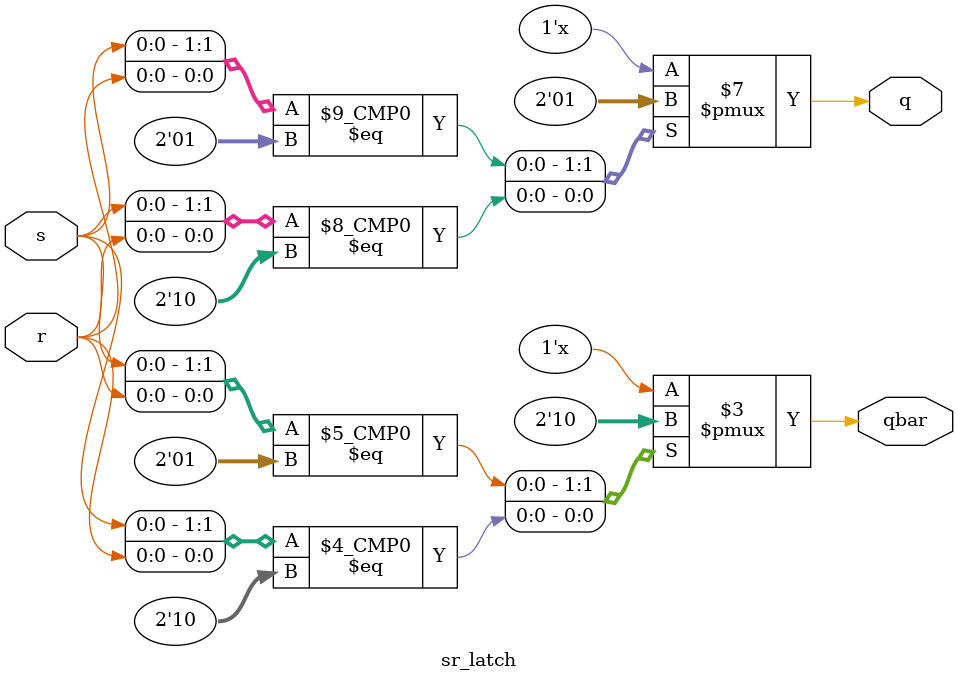
<source format=v>
module sr_latch (
    input s, r,
    output reg q,
    output reg qbar
);

always @(*)
  begin
    case ({s,r})
        2'b00: ; // Hold (no change)
        2'b01: begin
            q    <= 0;
            qbar <= 1;
        end
        2'b10: begin
            q    <= 1;
            qbar <= 0;
        end
        2'b11: begin
            q    <= 1'bx;
            qbar <= 1'bx;
        end
    endcase
end

endmodule

</source>
